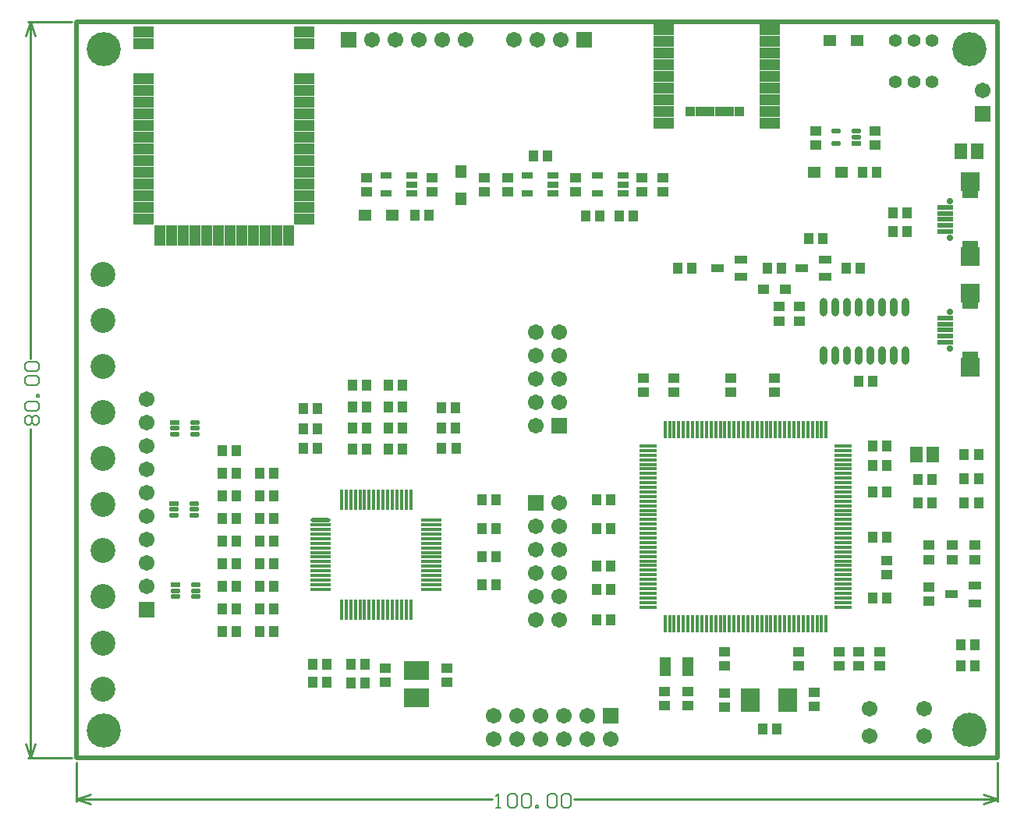
<source format=gts>
G04*
G04 #@! TF.GenerationSoftware,Altium Limited,Altium Designer,18.1.9 (240)*
G04*
G04 Layer_Color=8388736*
%FSLAX24Y24*%
%MOIN*%
G70*
G01*
G75*
%ADD13C,0.0100*%
%ADD17C,0.0200*%
%ADD18C,0.0060*%
%ADD20C,0.0050*%
%ADD48R,0.0466X0.0446*%
%ADD49R,0.0474X0.0572*%
%ADD50R,0.0446X0.0466*%
%ADD51R,0.1104X0.0789*%
%ADD52O,0.0749X0.0150*%
%ADD53O,0.0150X0.0749*%
%ADD54O,0.0867X0.0167*%
%ADD55R,0.0867X0.0167*%
%ADD56R,0.0167X0.0867*%
%ADD57R,0.0572X0.0474*%
%ADD58R,0.0513X0.0316*%
%ADD59R,0.0572X0.0356*%
%ADD60R,0.0474X0.0407*%
%ADD61O,0.0316X0.0789*%
%ADD62O,0.0415X0.0218*%
%ADD63R,0.0415X0.0218*%
%ADD64R,0.0537X0.0659*%
%ADD65C,0.0671*%
%ADD66R,0.0828X0.1025*%
%ADD67R,0.0474X0.0789*%
%ADD68R,0.0690X0.0237*%
%ADD69R,0.0828X0.0789*%
%ADD70R,0.0867X0.0474*%
%ADD71R,0.0474X0.0867*%
%ADD72R,0.0395X0.0395*%
%ADD73R,0.0671X0.0671*%
%ADD74R,0.0671X0.0671*%
%ADD75C,0.0552*%
%ADD76R,0.0671X0.0395*%
%ADD77C,0.0277*%
%ADD78C,0.1064*%
%ADD79C,0.1458*%
D13*
X-1950Y31496D02*
X-1750Y30896D01*
X-2150D02*
X-1950Y31496D01*
X-2150Y600D02*
X-1950Y-0D01*
X-1750Y600D01*
X-1950Y17098D02*
Y31496D01*
Y-0D02*
Y14078D01*
X-2050Y31496D02*
X-200D01*
X-2050Y-0D02*
X-200D01*
X0Y-1750D02*
X600Y-1550D01*
X0Y-1750D02*
X600Y-1950D01*
X38770D02*
X39370Y-1750D01*
X38770Y-1550D02*
X39370Y-1750D01*
X0D02*
X17766D01*
X21285D02*
X39370D01*
X0Y-1850D02*
Y-200D01*
X39370Y-1850D02*
Y-200D01*
D17*
X0Y31496D02*
X39370D01*
X0Y-0D02*
X39370Y0D01*
X0Y0D02*
Y31496D01*
X39370Y-0D02*
X39370Y31496D01*
D18*
X-2090Y14238D02*
X-2190Y14338D01*
Y14538D01*
X-2090Y14638D01*
X-1990D01*
X-1890Y14538D01*
X-1790Y14638D01*
X-1690D01*
X-1590Y14538D01*
Y14338D01*
X-1690Y14238D01*
X-1790D01*
X-1890Y14338D01*
X-1990Y14238D01*
X-2090D01*
X-1890Y14338D02*
Y14538D01*
X-2090Y14838D02*
X-2190Y14938D01*
Y15138D01*
X-2090Y15238D01*
X-1690D01*
X-1590Y15138D01*
Y14938D01*
X-1690Y14838D01*
X-2090D01*
X-1590Y15438D02*
X-1690D01*
Y15538D01*
X-1590D01*
Y15438D01*
X-2090Y15938D02*
X-2190Y16038D01*
Y16238D01*
X-2090Y16338D01*
X-1690D01*
X-1590Y16238D01*
Y16038D01*
X-1690Y15938D01*
X-2090D01*
Y16538D02*
X-2190Y16638D01*
Y16838D01*
X-2090Y16938D01*
X-1690D01*
X-1590Y16838D01*
Y16638D01*
X-1690Y16538D01*
X-2090D01*
X17926Y-2110D02*
X18125D01*
X18026D01*
Y-1510D01*
X17926Y-1610D01*
X18425D02*
X18525Y-1510D01*
X18725D01*
X18825Y-1610D01*
Y-2010D01*
X18725Y-2110D01*
X18525D01*
X18425Y-2010D01*
Y-1610D01*
X19025D02*
X19125Y-1510D01*
X19325D01*
X19425Y-1610D01*
Y-2010D01*
X19325Y-2110D01*
X19125D01*
X19025Y-2010D01*
Y-1610D01*
X19625Y-2110D02*
Y-2010D01*
X19725D01*
Y-2110D01*
X19625D01*
X20125Y-1610D02*
X20225Y-1510D01*
X20425D01*
X20525Y-1610D01*
Y-2010D01*
X20425Y-2110D01*
X20225D01*
X20125Y-2010D01*
Y-1610D01*
X20725D02*
X20825Y-1510D01*
X21025D01*
X21125Y-1610D01*
Y-2010D01*
X21025Y-2110D01*
X20825D01*
X20725Y-2010D01*
Y-1610D01*
D20*
X38414Y19322D02*
Y19502D01*
X37974Y19322D02*
Y19502D01*
Y19322D02*
X38414D01*
X37974Y19502D02*
X38414D01*
Y17098D02*
Y17278D01*
X37974Y17098D02*
Y17278D01*
Y17098D02*
X38414D01*
X37974Y17278D02*
X38414D01*
Y24064D02*
Y24244D01*
X37974Y24064D02*
Y24244D01*
Y24064D02*
X38414D01*
X37974Y24244D02*
X38414D01*
Y21840D02*
Y22020D01*
X37974Y21840D02*
Y22020D01*
Y21840D02*
X38414D01*
X37974Y22020D02*
X38414D01*
D48*
X25150Y2840D02*
D03*
Y2234D02*
D03*
X15850Y3856D02*
D03*
Y3250D02*
D03*
X12412Y24209D02*
D03*
Y24815D02*
D03*
X15212Y24209D02*
D03*
Y24815D02*
D03*
X21328Y24209D02*
D03*
Y24815D02*
D03*
X24163Y24209D02*
D03*
Y24815D02*
D03*
X25075Y24815D02*
D03*
Y24209D02*
D03*
X34150Y26200D02*
D03*
Y26806D02*
D03*
X31600Y26200D02*
D03*
Y26806D02*
D03*
X34643Y8440D02*
D03*
Y7834D02*
D03*
X38400Y8494D02*
D03*
Y9100D02*
D03*
X37425Y8494D02*
D03*
Y9100D02*
D03*
X36450Y9100D02*
D03*
Y8494D02*
D03*
X36450Y6700D02*
D03*
Y7306D02*
D03*
X34350Y3934D02*
D03*
Y4540D02*
D03*
X33450Y4540D02*
D03*
Y3934D02*
D03*
X32600Y4540D02*
D03*
Y3934D02*
D03*
X30867Y3947D02*
D03*
Y4553D02*
D03*
X27700Y2790D02*
D03*
Y2184D02*
D03*
X27718Y3947D02*
D03*
Y4553D02*
D03*
X26143Y2234D02*
D03*
Y2840D02*
D03*
X13200Y3856D02*
D03*
Y3250D02*
D03*
X30903Y19303D02*
D03*
Y18697D02*
D03*
X30032Y19303D02*
D03*
Y18697D02*
D03*
X17428Y24209D02*
D03*
Y24815D02*
D03*
X18428Y24815D02*
D03*
Y24209D02*
D03*
X31550Y2806D02*
D03*
Y2200D02*
D03*
X25552Y16250D02*
D03*
Y15644D02*
D03*
X29850Y16250D02*
D03*
Y15644D02*
D03*
X24250Y16250D02*
D03*
Y15644D02*
D03*
X27983Y16250D02*
D03*
Y15644D02*
D03*
D49*
X16450Y23919D02*
D03*
Y25081D02*
D03*
D50*
X35503Y22518D02*
D03*
X34897D02*
D03*
X35503Y23318D02*
D03*
X34897D02*
D03*
X10097Y4000D02*
D03*
X10703D02*
D03*
X10097Y3250D02*
D03*
X10703D02*
D03*
X12353Y4003D02*
D03*
X11747D02*
D03*
Y3200D02*
D03*
X12353D02*
D03*
X6244Y13160D02*
D03*
X6850D02*
D03*
X6244Y12192D02*
D03*
X6850D02*
D03*
X6244Y11223D02*
D03*
X6850D02*
D03*
X6244Y10254D02*
D03*
X6850D02*
D03*
X6244Y9285D02*
D03*
X6850D02*
D03*
X6244Y8316D02*
D03*
X6850D02*
D03*
X6244Y7347D02*
D03*
X6850D02*
D03*
X6244Y6378D02*
D03*
X6850D02*
D03*
X7844Y12192D02*
D03*
X8450D02*
D03*
X7844Y11223D02*
D03*
X8450D02*
D03*
X7844Y10254D02*
D03*
X8450D02*
D03*
X7844Y9285D02*
D03*
X8450D02*
D03*
X7844Y8316D02*
D03*
X8450D02*
D03*
X7844Y7347D02*
D03*
X8450D02*
D03*
X7844Y6378D02*
D03*
X8450D02*
D03*
X7844Y5409D02*
D03*
X8450D02*
D03*
X6244Y5409D02*
D03*
X6850D02*
D03*
X15062Y23218D02*
D03*
X14456D02*
D03*
X20153Y25750D02*
D03*
X19547D02*
D03*
X22381Y23168D02*
D03*
X21775D02*
D03*
X23814D02*
D03*
X23208D02*
D03*
X29547Y20950D02*
D03*
X30153D02*
D03*
X31297Y22200D02*
D03*
X31903D02*
D03*
X34050Y16100D02*
D03*
X33444D02*
D03*
X34200Y25050D02*
D03*
X33594D02*
D03*
X34653Y13350D02*
D03*
X34047D02*
D03*
X34653Y12500D02*
D03*
X34047D02*
D03*
X34653Y11387D02*
D03*
X34047D02*
D03*
X34653Y9437D02*
D03*
X34047D02*
D03*
X36565Y11925D02*
D03*
X35959D02*
D03*
X36565Y10919D02*
D03*
X35959D02*
D03*
X38558Y12991D02*
D03*
X37952D02*
D03*
X38558Y11955D02*
D03*
X37952D02*
D03*
X38558Y10919D02*
D03*
X37952D02*
D03*
X37794Y3959D02*
D03*
X38400D02*
D03*
X37794Y4850D02*
D03*
X38400D02*
D03*
X22247Y5900D02*
D03*
X22853D02*
D03*
X22247Y7200D02*
D03*
X22853D02*
D03*
X22247Y8200D02*
D03*
X22853D02*
D03*
X22247Y9833D02*
D03*
X22853D02*
D03*
X22247Y11050D02*
D03*
X22853D02*
D03*
X17347Y7400D02*
D03*
X17953D02*
D03*
X17347Y8617D02*
D03*
X17953D02*
D03*
X17347Y9833D02*
D03*
X17953D02*
D03*
X17347Y11050D02*
D03*
X17953D02*
D03*
X16222Y13234D02*
D03*
X15616D02*
D03*
X16203Y14122D02*
D03*
X15597D02*
D03*
X16213Y14977D02*
D03*
X15607D02*
D03*
X13953Y14111D02*
D03*
X13347D02*
D03*
X13347Y15022D02*
D03*
X13953D02*
D03*
X13347Y15934D02*
D03*
X13953D02*
D03*
X11803Y14111D02*
D03*
X12409D02*
D03*
X11803Y13200D02*
D03*
X12409D02*
D03*
X11803Y15022D02*
D03*
X12409D02*
D03*
X11803Y15934D02*
D03*
X12409D02*
D03*
X13953Y13200D02*
D03*
X13347D02*
D03*
X9704Y13250D02*
D03*
X10310D02*
D03*
X9704Y14087D02*
D03*
X10310D02*
D03*
X9704Y14950D02*
D03*
X10310D02*
D03*
X34653Y6858D02*
D03*
X34047D02*
D03*
X33503Y20950D02*
D03*
X32897D02*
D03*
X26303D02*
D03*
X25697D02*
D03*
X29347Y1250D02*
D03*
X29953D02*
D03*
D51*
X14534Y2569D02*
D03*
Y3750D02*
D03*
D52*
X24450Y6464D02*
D03*
Y6661D02*
D03*
Y6858D02*
D03*
Y7055D02*
D03*
Y7251D02*
D03*
Y7448D02*
D03*
Y7645D02*
D03*
Y7842D02*
D03*
Y8039D02*
D03*
Y8236D02*
D03*
Y8433D02*
D03*
Y8629D02*
D03*
Y8826D02*
D03*
Y9023D02*
D03*
Y9220D02*
D03*
Y9417D02*
D03*
Y9614D02*
D03*
Y9810D02*
D03*
Y10007D02*
D03*
Y10204D02*
D03*
Y10401D02*
D03*
Y10598D02*
D03*
Y10795D02*
D03*
Y10992D02*
D03*
Y11188D02*
D03*
Y11385D02*
D03*
Y11582D02*
D03*
Y11779D02*
D03*
Y11976D02*
D03*
Y12173D02*
D03*
Y12370D02*
D03*
Y12566D02*
D03*
Y12763D02*
D03*
Y12960D02*
D03*
Y13157D02*
D03*
Y13354D02*
D03*
X32757D02*
D03*
Y13157D02*
D03*
Y12960D02*
D03*
Y12763D02*
D03*
Y12566D02*
D03*
Y12370D02*
D03*
Y12173D02*
D03*
Y11976D02*
D03*
Y11779D02*
D03*
Y11582D02*
D03*
Y11385D02*
D03*
Y11188D02*
D03*
Y10992D02*
D03*
Y10795D02*
D03*
Y10598D02*
D03*
Y10401D02*
D03*
Y10204D02*
D03*
Y10007D02*
D03*
Y9810D02*
D03*
Y9614D02*
D03*
Y9417D02*
D03*
Y9220D02*
D03*
Y9023D02*
D03*
Y8826D02*
D03*
Y8629D02*
D03*
Y8433D02*
D03*
Y8236D02*
D03*
Y8039D02*
D03*
Y7842D02*
D03*
Y7645D02*
D03*
Y7448D02*
D03*
Y7251D02*
D03*
Y7055D02*
D03*
Y6858D02*
D03*
Y6661D02*
D03*
Y6464D02*
D03*
D53*
X25159Y14062D02*
D03*
X25356D02*
D03*
X25552D02*
D03*
X25749D02*
D03*
X25946D02*
D03*
X26143D02*
D03*
X26340D02*
D03*
X26537D02*
D03*
X26733D02*
D03*
X26930D02*
D03*
X27127D02*
D03*
X27324D02*
D03*
X27521D02*
D03*
X27718D02*
D03*
X27915D02*
D03*
X28111D02*
D03*
X28308D02*
D03*
X28505D02*
D03*
X28702D02*
D03*
X28899D02*
D03*
X29096D02*
D03*
X29293D02*
D03*
X29489D02*
D03*
X29686D02*
D03*
X29883D02*
D03*
X30080D02*
D03*
X30277D02*
D03*
X30474D02*
D03*
X30670D02*
D03*
X30867D02*
D03*
X31064D02*
D03*
X31261D02*
D03*
X31458D02*
D03*
X31655D02*
D03*
X31852D02*
D03*
X32048D02*
D03*
Y5755D02*
D03*
X31852D02*
D03*
X31655D02*
D03*
X31458D02*
D03*
X31261D02*
D03*
X31064D02*
D03*
X30867D02*
D03*
X30670D02*
D03*
X30474D02*
D03*
X30277D02*
D03*
X30080D02*
D03*
X29883D02*
D03*
X29686D02*
D03*
X29489D02*
D03*
X29293D02*
D03*
X29096D02*
D03*
X28899D02*
D03*
X28702D02*
D03*
X28505D02*
D03*
X28308D02*
D03*
X28111D02*
D03*
X27915D02*
D03*
X27718D02*
D03*
X27521D02*
D03*
X27324D02*
D03*
X27127D02*
D03*
X26930D02*
D03*
X26733D02*
D03*
X26537D02*
D03*
X26340D02*
D03*
X26143D02*
D03*
X25946D02*
D03*
X25749D02*
D03*
X25552D02*
D03*
X25356D02*
D03*
X25159D02*
D03*
D54*
X10450Y10175D02*
D03*
D55*
Y9978D02*
D03*
Y9781D02*
D03*
Y9584D02*
D03*
Y9387D02*
D03*
Y9191D02*
D03*
Y8994D02*
D03*
Y8797D02*
D03*
Y8600D02*
D03*
Y8403D02*
D03*
Y8206D02*
D03*
Y8009D02*
D03*
Y7813D02*
D03*
Y7616D02*
D03*
Y7419D02*
D03*
Y7222D02*
D03*
X15174D02*
D03*
Y7419D02*
D03*
Y7616D02*
D03*
Y7813D02*
D03*
Y8009D02*
D03*
Y8206D02*
D03*
Y8403D02*
D03*
Y8600D02*
D03*
Y8797D02*
D03*
Y8994D02*
D03*
Y9191D02*
D03*
Y9387D02*
D03*
Y9584D02*
D03*
Y9781D02*
D03*
Y9978D02*
D03*
Y10175D02*
D03*
D56*
X11336Y6336D02*
D03*
X11533D02*
D03*
X11730D02*
D03*
X11926D02*
D03*
X12123D02*
D03*
X12320D02*
D03*
X12517D02*
D03*
X12714D02*
D03*
X12911D02*
D03*
X13107D02*
D03*
X13304D02*
D03*
X13501D02*
D03*
X13698D02*
D03*
X13895D02*
D03*
X14092D02*
D03*
X14289D02*
D03*
Y11061D02*
D03*
X14092D02*
D03*
X13895D02*
D03*
X13698D02*
D03*
X13501D02*
D03*
X13304D02*
D03*
X13107D02*
D03*
X12911D02*
D03*
X12714D02*
D03*
X12517D02*
D03*
X12320D02*
D03*
X12123D02*
D03*
X11926D02*
D03*
X11730D02*
D03*
X11533D02*
D03*
X11336D02*
D03*
D57*
X12343Y23212D02*
D03*
X13505D02*
D03*
X31547Y25044D02*
D03*
X32708D02*
D03*
X33381Y30672D02*
D03*
X32219D02*
D03*
D58*
X14351Y24152D02*
D03*
Y24526D02*
D03*
Y24900D02*
D03*
X13249D02*
D03*
Y24152D02*
D03*
X20380Y24152D02*
D03*
Y24526D02*
D03*
Y24900D02*
D03*
X19277D02*
D03*
Y24152D02*
D03*
X23380D02*
D03*
Y24526D02*
D03*
Y24900D02*
D03*
X22277D02*
D03*
Y24152D02*
D03*
D59*
X28392Y20576D02*
D03*
Y21324D02*
D03*
X27408Y20950D02*
D03*
X31995Y20576D02*
D03*
Y21324D02*
D03*
X31011Y20950D02*
D03*
X38392Y6626D02*
D03*
Y7374D02*
D03*
X37408Y7000D02*
D03*
D60*
X30303Y20050D02*
D03*
X29374D02*
D03*
D61*
X31953Y17226D02*
D03*
X32453D02*
D03*
X32953D02*
D03*
X33453D02*
D03*
X33953D02*
D03*
X34453D02*
D03*
X34953D02*
D03*
X35453D02*
D03*
X31953Y19274D02*
D03*
X32453D02*
D03*
X32953D02*
D03*
X33453D02*
D03*
X33953D02*
D03*
X34453D02*
D03*
X34953D02*
D03*
X35453D02*
D03*
D62*
X32484Y26806D02*
D03*
Y26294D02*
D03*
X33350Y26806D02*
D03*
Y26550D02*
D03*
X5100Y6905D02*
D03*
Y7160D02*
D03*
Y7416D02*
D03*
X4234Y6905D02*
D03*
Y7160D02*
D03*
X5050Y10380D02*
D03*
Y10635D02*
D03*
Y10891D02*
D03*
X4184Y10380D02*
D03*
Y10635D02*
D03*
X5066Y13855D02*
D03*
Y14110D02*
D03*
Y14366D02*
D03*
X4200Y13855D02*
D03*
Y14110D02*
D03*
D63*
X33350Y26294D02*
D03*
X4234Y7416D02*
D03*
X4184Y10891D02*
D03*
X4200Y14366D02*
D03*
D64*
X38519Y25950D02*
D03*
X37819D02*
D03*
X35900Y12991D02*
D03*
X36600D02*
D03*
D65*
X36250Y950D02*
D03*
Y2131D02*
D03*
X33888Y950D02*
D03*
Y2131D02*
D03*
X16650Y30700D02*
D03*
X15650D02*
D03*
X14650D02*
D03*
X13650D02*
D03*
X12650D02*
D03*
X20700D02*
D03*
X19700D02*
D03*
X18700D02*
D03*
X20650Y10900D02*
D03*
X19650Y9900D02*
D03*
X20650D02*
D03*
X19650Y8900D02*
D03*
X20650D02*
D03*
X19650Y7900D02*
D03*
X20650D02*
D03*
X19650Y6900D02*
D03*
X20650D02*
D03*
X19650Y5900D02*
D03*
X20650D02*
D03*
X19650Y14200D02*
D03*
X20650Y15200D02*
D03*
X19650D02*
D03*
X20650Y16200D02*
D03*
X19650D02*
D03*
X20650Y17200D02*
D03*
X19650D02*
D03*
X20650Y18200D02*
D03*
X19650D02*
D03*
X22850Y800D02*
D03*
X21850Y1800D02*
D03*
Y800D02*
D03*
X20850Y1800D02*
D03*
Y800D02*
D03*
X19850Y1800D02*
D03*
Y800D02*
D03*
X18850Y1800D02*
D03*
Y800D02*
D03*
X17850Y1800D02*
D03*
Y800D02*
D03*
X38750Y28550D02*
D03*
X3000Y7350D02*
D03*
Y9350D02*
D03*
Y10350D02*
D03*
Y11350D02*
D03*
Y12350D02*
D03*
Y13350D02*
D03*
Y14350D02*
D03*
Y15350D02*
D03*
Y8350D02*
D03*
D66*
X28793Y2487D02*
D03*
X30407D02*
D03*
D67*
X26143Y3900D02*
D03*
X25159D02*
D03*
D68*
X37137Y18044D02*
D03*
Y18300D02*
D03*
Y17788D02*
D03*
Y18812D02*
D03*
Y18556D02*
D03*
Y22786D02*
D03*
Y23042D02*
D03*
Y22530D02*
D03*
Y23554D02*
D03*
Y23298D02*
D03*
D69*
X38220Y19894D02*
D03*
Y16706D02*
D03*
Y24637D02*
D03*
Y21448D02*
D03*
D70*
X2872Y30546D02*
D03*
Y31046D02*
D03*
X9750Y23050D02*
D03*
Y23550D02*
D03*
Y24050D02*
D03*
Y24550D02*
D03*
Y25050D02*
D03*
Y25550D02*
D03*
Y26050D02*
D03*
Y26550D02*
D03*
Y27050D02*
D03*
Y27550D02*
D03*
Y28050D02*
D03*
Y28550D02*
D03*
Y29050D02*
D03*
X2872Y23050D02*
D03*
Y23550D02*
D03*
Y24050D02*
D03*
Y24550D02*
D03*
Y25050D02*
D03*
Y25550D02*
D03*
Y26050D02*
D03*
Y26550D02*
D03*
Y27050D02*
D03*
Y27550D02*
D03*
Y28050D02*
D03*
Y28550D02*
D03*
Y29050D02*
D03*
X9750Y31046D02*
D03*
Y30546D02*
D03*
X25100Y27150D02*
D03*
Y31150D02*
D03*
Y30650D02*
D03*
Y30150D02*
D03*
Y29650D02*
D03*
Y29150D02*
D03*
Y28650D02*
D03*
Y28150D02*
D03*
Y27650D02*
D03*
X29628Y27150D02*
D03*
Y27650D02*
D03*
Y28150D02*
D03*
Y28650D02*
D03*
Y29150D02*
D03*
Y29650D02*
D03*
Y30150D02*
D03*
Y30650D02*
D03*
Y31150D02*
D03*
D71*
X9061Y22353D02*
D03*
X8561D02*
D03*
X8061D02*
D03*
X7561D02*
D03*
X7061D02*
D03*
X6561D02*
D03*
X6061D02*
D03*
X5561D02*
D03*
X5061D02*
D03*
X4561D02*
D03*
X4061D02*
D03*
X3561D02*
D03*
D72*
X26240Y27650D02*
D03*
X26660D02*
D03*
X27080D02*
D03*
X27500D02*
D03*
X27920D02*
D03*
X28340D02*
D03*
D73*
X11650Y30700D02*
D03*
X21700D02*
D03*
X22850Y1800D02*
D03*
D74*
X19650Y10900D02*
D03*
X20650Y14200D02*
D03*
X38750Y27550D02*
D03*
X3000Y6350D02*
D03*
D75*
X35013Y28900D02*
D03*
X35800D02*
D03*
X36587D02*
D03*
Y30672D02*
D03*
X35800D02*
D03*
X35013D02*
D03*
D76*
X38200Y19412D02*
D03*
Y17188D02*
D03*
Y24154D02*
D03*
Y21930D02*
D03*
D77*
X37354Y17513D02*
D03*
Y19087D02*
D03*
Y22255D02*
D03*
Y23830D02*
D03*
D78*
X1150Y4931D02*
D03*
Y6900D02*
D03*
Y8868D02*
D03*
Y10837D02*
D03*
Y12806D02*
D03*
Y14774D02*
D03*
Y16743D02*
D03*
Y18711D02*
D03*
Y20680D02*
D03*
Y2963D02*
D03*
D79*
X1181Y30319D02*
D03*
X38169D02*
D03*
Y1231D02*
D03*
X1181Y1181D02*
D03*
M02*

</source>
